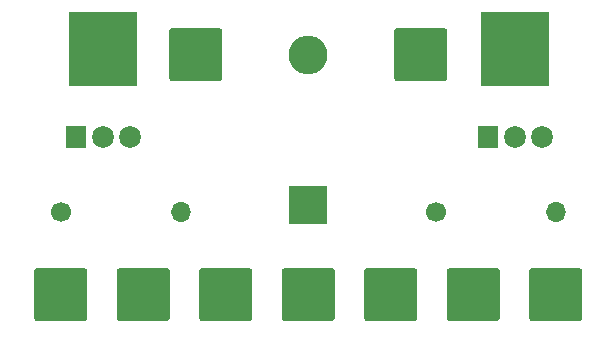
<source format=gbr>
%TF.GenerationSoftware,KiCad,Pcbnew,(5.1.6)-1*%
%TF.CreationDate,2020-08-02T10:54:23-04:00*%
%TF.ProjectId,Fogger_Power_CTRL,466f6767-6572-45f5-906f-7765725f4354,rev?*%
%TF.SameCoordinates,Original*%
%TF.FileFunction,Soldermask,Top*%
%TF.FilePolarity,Negative*%
%FSLAX46Y46*%
G04 Gerber Fmt 4.6, Leading zero omitted, Abs format (unit mm)*
G04 Created by KiCad (PCBNEW (5.1.6)-1) date 2020-08-02 10:54:23*
%MOMM*%
%LPD*%
G01*
G04 APERTURE LIST*
%ADD10R,3.300000X3.300000*%
%ADD11O,3.300000X3.300000*%
%ADD12O,1.817500X1.900000*%
%ADD13R,1.817500X1.900000*%
%ADD14R,5.800000X6.300000*%
%ADD15O,1.700000X1.700000*%
%ADD16C,1.700000*%
G04 APERTURE END LIST*
D10*
%TO.C,D1*%
X126365000Y-100330000D03*
D11*
X126365000Y-87630000D03*
%TD*%
%TO.C,J1*%
G36*
G01*
X124115000Y-109944319D02*
X124115000Y-105955681D01*
G75*
G02*
X124370681Y-105700000I255681J0D01*
G01*
X128359319Y-105700000D01*
G75*
G02*
X128615000Y-105955681I0J-255681D01*
G01*
X128615000Y-109944319D01*
G75*
G02*
X128359319Y-110200000I-255681J0D01*
G01*
X124370681Y-110200000D01*
G75*
G02*
X124115000Y-109944319I0J255681D01*
G01*
G37*
%TD*%
%TO.C,J2*%
G36*
G01*
X133640000Y-89624319D02*
X133640000Y-85635681D01*
G75*
G02*
X133895681Y-85380000I255681J0D01*
G01*
X137884319Y-85380000D01*
G75*
G02*
X138140000Y-85635681I0J-255681D01*
G01*
X138140000Y-89624319D01*
G75*
G02*
X137884319Y-89880000I-255681J0D01*
G01*
X133895681Y-89880000D01*
G75*
G02*
X133640000Y-89624319I0J255681D01*
G01*
G37*
%TD*%
%TO.C,J3*%
G36*
G01*
X114590000Y-89624319D02*
X114590000Y-85635681D01*
G75*
G02*
X114845681Y-85380000I255681J0D01*
G01*
X118834319Y-85380000D01*
G75*
G02*
X119090000Y-85635681I0J-255681D01*
G01*
X119090000Y-89624319D01*
G75*
G02*
X118834319Y-89880000I-255681J0D01*
G01*
X114845681Y-89880000D01*
G75*
G02*
X114590000Y-89624319I0J255681D01*
G01*
G37*
%TD*%
%TO.C,J4*%
G36*
G01*
X103160000Y-109944319D02*
X103160000Y-105955681D01*
G75*
G02*
X103415681Y-105700000I255681J0D01*
G01*
X107404319Y-105700000D01*
G75*
G02*
X107660000Y-105955681I0J-255681D01*
G01*
X107660000Y-109944319D01*
G75*
G02*
X107404319Y-110200000I-255681J0D01*
G01*
X103415681Y-110200000D01*
G75*
G02*
X103160000Y-109944319I0J255681D01*
G01*
G37*
%TD*%
%TO.C,J5*%
G36*
G01*
X117130000Y-109944319D02*
X117130000Y-105955681D01*
G75*
G02*
X117385681Y-105700000I255681J0D01*
G01*
X121374319Y-105700000D01*
G75*
G02*
X121630000Y-105955681I0J-255681D01*
G01*
X121630000Y-109944319D01*
G75*
G02*
X121374319Y-110200000I-255681J0D01*
G01*
X117385681Y-110200000D01*
G75*
G02*
X117130000Y-109944319I0J255681D01*
G01*
G37*
%TD*%
%TO.C,J6*%
G36*
G01*
X110145000Y-109944319D02*
X110145000Y-105955681D01*
G75*
G02*
X110400681Y-105700000I255681J0D01*
G01*
X114389319Y-105700000D01*
G75*
G02*
X114645000Y-105955681I0J-255681D01*
G01*
X114645000Y-109944319D01*
G75*
G02*
X114389319Y-110200000I-255681J0D01*
G01*
X110400681Y-110200000D01*
G75*
G02*
X110145000Y-109944319I0J255681D01*
G01*
G37*
%TD*%
%TO.C,J7*%
G36*
G01*
X145070000Y-109944319D02*
X145070000Y-105955681D01*
G75*
G02*
X145325681Y-105700000I255681J0D01*
G01*
X149314319Y-105700000D01*
G75*
G02*
X149570000Y-105955681I0J-255681D01*
G01*
X149570000Y-109944319D01*
G75*
G02*
X149314319Y-110200000I-255681J0D01*
G01*
X145325681Y-110200000D01*
G75*
G02*
X145070000Y-109944319I0J255681D01*
G01*
G37*
%TD*%
%TO.C,J8*%
G36*
G01*
X131100000Y-109944319D02*
X131100000Y-105955681D01*
G75*
G02*
X131355681Y-105700000I255681J0D01*
G01*
X135344319Y-105700000D01*
G75*
G02*
X135600000Y-105955681I0J-255681D01*
G01*
X135600000Y-109944319D01*
G75*
G02*
X135344319Y-110200000I-255681J0D01*
G01*
X131355681Y-110200000D01*
G75*
G02*
X131100000Y-109944319I0J255681D01*
G01*
G37*
%TD*%
%TO.C,J9*%
G36*
G01*
X138085000Y-109944319D02*
X138085000Y-105955681D01*
G75*
G02*
X138340681Y-105700000I255681J0D01*
G01*
X142329319Y-105700000D01*
G75*
G02*
X142585000Y-105955681I0J-255681D01*
G01*
X142585000Y-109944319D01*
G75*
G02*
X142329319Y-110200000I-255681J0D01*
G01*
X138340681Y-110200000D01*
G75*
G02*
X138085000Y-109944319I0J255681D01*
G01*
G37*
%TD*%
D12*
%TO.C,Q1*%
X111260000Y-94615000D03*
X108970000Y-94615000D03*
D13*
X106680000Y-94615000D03*
D14*
X108970000Y-87181667D03*
%TD*%
%TO.C,Q2*%
X143895000Y-87181667D03*
D13*
X141605000Y-94615000D03*
D12*
X143895000Y-94615000D03*
X146185000Y-94615000D03*
%TD*%
D15*
%TO.C,R1*%
X115570000Y-100965000D03*
D16*
X105410000Y-100965000D03*
%TD*%
%TO.C,R2*%
X137160000Y-100965000D03*
D15*
X147320000Y-100965000D03*
%TD*%
M02*

</source>
